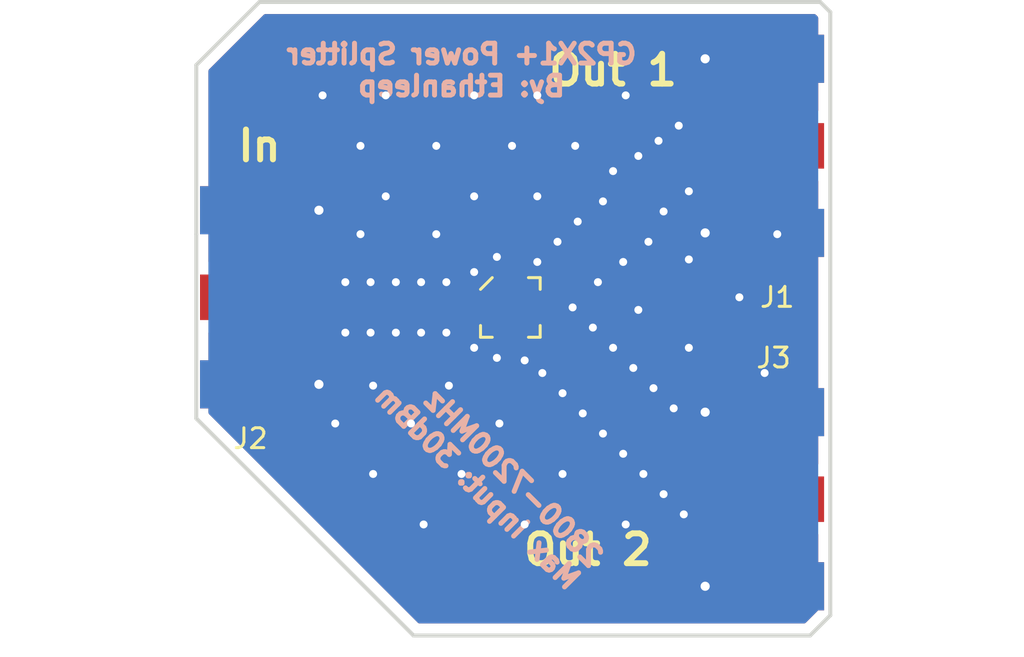
<source format=kicad_pcb>
(kicad_pcb (version 20171130) (host pcbnew "(5.0.2)-1")

  (general
    (thickness 1.6)
    (drawings 14)
    (tracks 168)
    (zones 0)
    (modules 4)
    (nets 5)
  )

  (page A4)
  (layers
    (0 F.Cu signal)
    (1 In1.Cu signal)
    (2 In2.Cu signal)
    (31 B.Cu signal)
    (32 B.Adhes user)
    (33 F.Adhes user)
    (34 B.Paste user)
    (35 F.Paste user)
    (36 B.SilkS user)
    (37 F.SilkS user)
    (38 B.Mask user)
    (39 F.Mask user)
    (40 Dwgs.User user)
    (41 Cmts.User user)
    (42 Eco1.User user)
    (43 Eco2.User user)
    (44 Edge.Cuts user)
    (45 Margin user)
    (46 B.CrtYd user)
    (47 F.CrtYd user)
    (48 B.Fab user)
    (49 F.Fab user)
  )

  (setup
    (last_trace_width 0.25)
    (user_trace_width 0.304)
    (user_trace_width 2.74)
    (trace_clearance 0.2)
    (zone_clearance 0.508)
    (zone_45_only no)
    (trace_min 0.2)
    (segment_width 0.2)
    (edge_width 0.15)
    (via_size 0.8)
    (via_drill 0.4)
    (via_min_size 0.4)
    (via_min_drill 0.3)
    (uvia_size 0.3)
    (uvia_drill 0.1)
    (uvias_allowed no)
    (uvia_min_size 0.2)
    (uvia_min_drill 0.1)
    (pcb_text_width 0.3)
    (pcb_text_size 1.5 1.5)
    (mod_edge_width 0.15)
    (mod_text_size 1 1)
    (mod_text_width 0.15)
    (pad_size 0.25 0.51)
    (pad_drill 0)
    (pad_to_mask_clearance 0.051)
    (solder_mask_min_width 0.25)
    (aux_axis_origin 0 0)
    (visible_elements 7FFFFFFF)
    (pcbplotparams
      (layerselection 0x010fc_ffffffff)
      (usegerberextensions false)
      (usegerberattributes false)
      (usegerberadvancedattributes false)
      (creategerberjobfile false)
      (excludeedgelayer true)
      (linewidth 0.100000)
      (plotframeref false)
      (viasonmask false)
      (mode 1)
      (useauxorigin false)
      (hpglpennumber 1)
      (hpglpenspeed 20)
      (hpglpendiameter 15.000000)
      (psnegative false)
      (psa4output false)
      (plotreference true)
      (plotvalue true)
      (plotinvisibletext false)
      (padsonsilk false)
      (subtractmaskfromsilk false)
      (outputformat 1)
      (mirror false)
      (drillshape 1)
      (scaleselection 1)
      (outputdirectory ""))
  )

  (net 0 "")
  (net 1 GND)
  (net 2 "Net-(J1-Pad1)")
  (net 3 "Net-(J2-Pad1)")
  (net 4 "Net-(J3-Pad1)")

  (net_class Default "This is the default net class."
    (clearance 0.2)
    (trace_width 0.25)
    (via_dia 0.8)
    (via_drill 0.4)
    (uvia_dia 0.3)
    (uvia_drill 0.1)
    (add_net GND)
    (add_net "Net-(J1-Pad1)")
    (add_net "Net-(J2-Pad1)")
    (add_net "Net-(J3-Pad1)")
  )

  (module Connectors_Molex:Molex_SMA_Jack_Edge_Mount (layer F.Cu) (tedit 587D2992) (tstamp 5CCDF0DF)
    (at 134.62 76.2 180)
    (descr "Molex SMA Jack, Edge Mount, http://www.molex.com/pdm_docs/sd/732511150_sd.pdf")
    (tags "sma edge")
    (path /5CB2B99D)
    (attr smd)
    (fp_text reference J1 (at -1.905 -7.62 180) (layer F.SilkS)
      (effects (font (size 1 1) (thickness 0.15)))
    )
    (fp_text value Conn_Coaxial (at -1.72 -7.11 180) (layer F.Fab)
      (effects (font (size 1 1) (thickness 0.15)))
    )
    (fp_line (start -5.91 4.76) (end 0.49 4.76) (layer F.Fab) (width 0.1))
    (fp_line (start -5.91 -4.76) (end -5.91 4.76) (layer F.Fab) (width 0.1))
    (fp_line (start 0.49 -4.76) (end -5.91 -4.76) (layer F.Fab) (width 0.1))
    (fp_line (start -4.76 -3.75) (end -4.76 3.75) (layer F.Fab) (width 0.1))
    (fp_line (start -13.79 2.65) (end -5.91 2.65) (layer F.Fab) (width 0.1))
    (fp_line (start -13.79 -2.65) (end -13.79 2.65) (layer F.Fab) (width 0.1))
    (fp_line (start -13.79 -2.65) (end -5.91 -2.65) (layer F.Fab) (width 0.1))
    (fp_line (start -4.76 3.75) (end 0.49 3.75) (layer F.Fab) (width 0.1))
    (fp_line (start -4.76 -3.75) (end 0.49 -3.75) (layer F.Fab) (width 0.1))
    (fp_line (start 2.71 -6.09) (end -14.29 -6.09) (layer F.CrtYd) (width 0.05))
    (fp_line (start 2.71 -6.09) (end 2.71 6.09) (layer F.CrtYd) (width 0.05))
    (fp_line (start -14.29 6.09) (end 2.71 6.09) (layer B.CrtYd) (width 0.05))
    (fp_line (start -14.29 -6.09) (end -14.29 6.09) (layer B.CrtYd) (width 0.05))
    (fp_line (start -14.29 -6.09) (end 2.71 -6.09) (layer B.CrtYd) (width 0.05))
    (fp_line (start 2.71 -6.09) (end 2.71 6.09) (layer B.CrtYd) (width 0.05))
    (fp_line (start -14.29 6.09) (end 2.71 6.09) (layer F.CrtYd) (width 0.05))
    (fp_line (start -14.29 -6.09) (end -14.29 6.09) (layer F.CrtYd) (width 0.05))
    (fp_line (start 0.49 -4.76) (end 0.49 -3.75) (layer F.Fab) (width 0.1))
    (fp_line (start 0.49 3.75) (end 0.49 4.76) (layer F.Fab) (width 0.1))
    (fp_line (start 0.49 -0.38) (end 0.49 0.38) (layer F.Fab) (width 0.1))
    (fp_line (start -4.76 0.38) (end 0.49 0.38) (layer F.Fab) (width 0.1))
    (fp_line (start -4.76 -0.38) (end 0.49 -0.38) (layer F.Fab) (width 0.1))
    (pad 2 smd rect (at 1.27 4.38 180) (size 0.89 0.46) (layers B.Cu)
      (net 1 GND))
    (pad 2 smd rect (at 1.27 -4.38 180) (size 0.89 0.46) (layers B.Cu)
      (net 1 GND))
    (pad 2 smd rect (at 1.27 4.38 180) (size 0.89 0.46) (layers F.Cu)
      (net 1 GND))
    (pad 2 smd rect (at 1.27 -4.38 180) (size 0.89 0.46) (layers F.Cu)
      (net 1 GND))
    (pad 2 thru_hole circle (at 1.72 4.38 180) (size 0.97 0.97) (drill 0.46) (layers *.Cu)
      (net 1 GND))
    (pad 2 thru_hole circle (at 1.72 -4.38 180) (size 0.97 0.97) (drill 0.46) (layers *.Cu)
      (net 1 GND))
    (pad 2 smd rect (at -1.72 4.38 180) (size 5.08 2.42) (layers B.Cu B.Paste B.Mask)
      (net 1 GND))
    (pad 2 smd rect (at -1.72 -4.38 180) (size 5.08 2.42) (layers B.Cu B.Paste B.Mask)
      (net 1 GND))
    (pad 2 smd rect (at -1.72 4.38 180) (size 5.08 2.42) (layers F.Cu F.Paste F.Mask)
      (net 1 GND))
    (pad 2 smd rect (at -1.72 -4.38 180) (size 5.08 2.42) (layers F.Cu F.Paste F.Mask)
      (net 1 GND))
    (pad 1 smd rect (at -1.72 0 180) (size 5.08 2.29) (layers F.Cu F.Paste F.Mask)
      (net 2 "Net-(J1-Pad1)"))
    (model ${KISYS3DMOD}/Connectors_Molex.3dshapes/Molex_SMA_Jack_Edge_Mount.wrl
      (at (xyz 0 0 0))
      (scale (xyz 1 1 1))
      (rotate (xyz 0 0 0))
    )
  )

  (module Connectors_Molex:Molex_SMA_Jack_Edge_Mount (layer F.Cu) (tedit 587D2992) (tstamp 5CCDF104)
    (at 111.76 83.82)
    (descr "Molex SMA Jack, Edge Mount, http://www.molex.com/pdm_docs/sd/732511150_sd.pdf")
    (tags "sma edge")
    (path /5CB2C52A)
    (attr smd)
    (fp_text reference J2 (at -1.72 7.11) (layer F.SilkS)
      (effects (font (size 1 1) (thickness 0.15)))
    )
    (fp_text value Conn_Coaxial (at -1.72 -7.11) (layer F.Fab)
      (effects (font (size 1 1) (thickness 0.15)))
    )
    (fp_line (start -5.91 4.76) (end 0.49 4.76) (layer F.Fab) (width 0.1))
    (fp_line (start -5.91 -4.76) (end -5.91 4.76) (layer F.Fab) (width 0.1))
    (fp_line (start 0.49 -4.76) (end -5.91 -4.76) (layer F.Fab) (width 0.1))
    (fp_line (start -4.76 -3.75) (end -4.76 3.75) (layer F.Fab) (width 0.1))
    (fp_line (start -13.79 2.65) (end -5.91 2.65) (layer F.Fab) (width 0.1))
    (fp_line (start -13.79 -2.65) (end -13.79 2.65) (layer F.Fab) (width 0.1))
    (fp_line (start -13.79 -2.65) (end -5.91 -2.65) (layer F.Fab) (width 0.1))
    (fp_line (start -4.76 3.75) (end 0.49 3.75) (layer F.Fab) (width 0.1))
    (fp_line (start -4.76 -3.75) (end 0.49 -3.75) (layer F.Fab) (width 0.1))
    (fp_line (start 2.71 -6.09) (end -14.29 -6.09) (layer F.CrtYd) (width 0.05))
    (fp_line (start 2.71 -6.09) (end 2.71 6.09) (layer F.CrtYd) (width 0.05))
    (fp_line (start -14.29 6.09) (end 2.71 6.09) (layer B.CrtYd) (width 0.05))
    (fp_line (start -14.29 -6.09) (end -14.29 6.09) (layer B.CrtYd) (width 0.05))
    (fp_line (start -14.29 -6.09) (end 2.71 -6.09) (layer B.CrtYd) (width 0.05))
    (fp_line (start 2.71 -6.09) (end 2.71 6.09) (layer B.CrtYd) (width 0.05))
    (fp_line (start -14.29 6.09) (end 2.71 6.09) (layer F.CrtYd) (width 0.05))
    (fp_line (start -14.29 -6.09) (end -14.29 6.09) (layer F.CrtYd) (width 0.05))
    (fp_line (start 0.49 -4.76) (end 0.49 -3.75) (layer F.Fab) (width 0.1))
    (fp_line (start 0.49 3.75) (end 0.49 4.76) (layer F.Fab) (width 0.1))
    (fp_line (start 0.49 -0.38) (end 0.49 0.38) (layer F.Fab) (width 0.1))
    (fp_line (start -4.76 0.38) (end 0.49 0.38) (layer F.Fab) (width 0.1))
    (fp_line (start -4.76 -0.38) (end 0.49 -0.38) (layer F.Fab) (width 0.1))
    (pad 2 smd rect (at 1.27 4.38) (size 0.89 0.46) (layers B.Cu)
      (net 1 GND))
    (pad 2 smd rect (at 1.27 -4.38) (size 0.89 0.46) (layers B.Cu)
      (net 1 GND))
    (pad 2 smd rect (at 1.27 4.38) (size 0.89 0.46) (layers F.Cu)
      (net 1 GND))
    (pad 2 smd rect (at 1.27 -4.38) (size 0.89 0.46) (layers F.Cu)
      (net 1 GND))
    (pad 2 thru_hole circle (at 1.72 4.38) (size 0.97 0.97) (drill 0.46) (layers *.Cu)
      (net 1 GND))
    (pad 2 thru_hole circle (at 1.72 -4.38) (size 0.97 0.97) (drill 0.46) (layers *.Cu)
      (net 1 GND))
    (pad 2 smd rect (at -1.72 4.38) (size 5.08 2.42) (layers B.Cu B.Paste B.Mask)
      (net 1 GND))
    (pad 2 smd rect (at -1.72 -4.38) (size 5.08 2.42) (layers B.Cu B.Paste B.Mask)
      (net 1 GND))
    (pad 2 smd rect (at -1.72 4.38) (size 5.08 2.42) (layers F.Cu F.Paste F.Mask)
      (net 1 GND))
    (pad 2 smd rect (at -1.72 -4.38) (size 5.08 2.42) (layers F.Cu F.Paste F.Mask)
      (net 1 GND))
    (pad 1 smd rect (at -1.72 0) (size 5.08 2.29) (layers F.Cu F.Paste F.Mask)
      (net 3 "Net-(J2-Pad1)"))
    (model ${KISYS3DMOD}/Connectors_Molex.3dshapes/Molex_SMA_Jack_Edge_Mount.wrl
      (at (xyz 0 0 0))
      (scale (xyz 1 1 1))
      (rotate (xyz 0 0 0))
    )
  )

  (module Connectors_Molex:Molex_SMA_Jack_Edge_Mount (layer F.Cu) (tedit 587D2992) (tstamp 5CCDF129)
    (at 134.62 93.98 180)
    (descr "Molex SMA Jack, Edge Mount, http://www.molex.com/pdm_docs/sd/732511150_sd.pdf")
    (tags "sma edge")
    (path /5CB2C176)
    (attr smd)
    (fp_text reference J3 (at -1.72 7.11 180) (layer F.SilkS)
      (effects (font (size 1 1) (thickness 0.15)))
    )
    (fp_text value Conn_Coaxial (at -1.72 -7.11 180) (layer F.Fab)
      (effects (font (size 1 1) (thickness 0.15)))
    )
    (fp_line (start -4.76 -0.38) (end 0.49 -0.38) (layer F.Fab) (width 0.1))
    (fp_line (start -4.76 0.38) (end 0.49 0.38) (layer F.Fab) (width 0.1))
    (fp_line (start 0.49 -0.38) (end 0.49 0.38) (layer F.Fab) (width 0.1))
    (fp_line (start 0.49 3.75) (end 0.49 4.76) (layer F.Fab) (width 0.1))
    (fp_line (start 0.49 -4.76) (end 0.49 -3.75) (layer F.Fab) (width 0.1))
    (fp_line (start -14.29 -6.09) (end -14.29 6.09) (layer F.CrtYd) (width 0.05))
    (fp_line (start -14.29 6.09) (end 2.71 6.09) (layer F.CrtYd) (width 0.05))
    (fp_line (start 2.71 -6.09) (end 2.71 6.09) (layer B.CrtYd) (width 0.05))
    (fp_line (start -14.29 -6.09) (end 2.71 -6.09) (layer B.CrtYd) (width 0.05))
    (fp_line (start -14.29 -6.09) (end -14.29 6.09) (layer B.CrtYd) (width 0.05))
    (fp_line (start -14.29 6.09) (end 2.71 6.09) (layer B.CrtYd) (width 0.05))
    (fp_line (start 2.71 -6.09) (end 2.71 6.09) (layer F.CrtYd) (width 0.05))
    (fp_line (start 2.71 -6.09) (end -14.29 -6.09) (layer F.CrtYd) (width 0.05))
    (fp_line (start -4.76 -3.75) (end 0.49 -3.75) (layer F.Fab) (width 0.1))
    (fp_line (start -4.76 3.75) (end 0.49 3.75) (layer F.Fab) (width 0.1))
    (fp_line (start -13.79 -2.65) (end -5.91 -2.65) (layer F.Fab) (width 0.1))
    (fp_line (start -13.79 -2.65) (end -13.79 2.65) (layer F.Fab) (width 0.1))
    (fp_line (start -13.79 2.65) (end -5.91 2.65) (layer F.Fab) (width 0.1))
    (fp_line (start -4.76 -3.75) (end -4.76 3.75) (layer F.Fab) (width 0.1))
    (fp_line (start 0.49 -4.76) (end -5.91 -4.76) (layer F.Fab) (width 0.1))
    (fp_line (start -5.91 -4.76) (end -5.91 4.76) (layer F.Fab) (width 0.1))
    (fp_line (start -5.91 4.76) (end 0.49 4.76) (layer F.Fab) (width 0.1))
    (pad 1 smd rect (at -1.72 0 180) (size 5.08 2.29) (layers F.Cu F.Paste F.Mask)
      (net 4 "Net-(J3-Pad1)"))
    (pad 2 smd rect (at -1.72 -4.38 180) (size 5.08 2.42) (layers F.Cu F.Paste F.Mask)
      (net 1 GND))
    (pad 2 smd rect (at -1.72 4.38 180) (size 5.08 2.42) (layers F.Cu F.Paste F.Mask)
      (net 1 GND))
    (pad 2 smd rect (at -1.72 -4.38 180) (size 5.08 2.42) (layers B.Cu B.Paste B.Mask)
      (net 1 GND))
    (pad 2 smd rect (at -1.72 4.38 180) (size 5.08 2.42) (layers B.Cu B.Paste B.Mask)
      (net 1 GND))
    (pad 2 thru_hole circle (at 1.72 -4.38 180) (size 0.97 0.97) (drill 0.46) (layers *.Cu)
      (net 1 GND))
    (pad 2 thru_hole circle (at 1.72 4.38 180) (size 0.97 0.97) (drill 0.46) (layers *.Cu)
      (net 1 GND))
    (pad 2 smd rect (at 1.27 -4.38 180) (size 0.89 0.46) (layers F.Cu)
      (net 1 GND))
    (pad 2 smd rect (at 1.27 4.38 180) (size 0.89 0.46) (layers F.Cu)
      (net 1 GND))
    (pad 2 smd rect (at 1.27 -4.38 180) (size 0.89 0.46) (layers B.Cu)
      (net 1 GND))
    (pad 2 smd rect (at 1.27 4.38 180) (size 0.89 0.46) (layers B.Cu)
      (net 1 GND))
    (model ${KISYS3DMOD}/Connectors_Molex.3dshapes/Molex_SMA_Jack_Edge_Mount.wrl
      (at (xyz 0 0 0))
      (scale (xyz 1 1 1))
      (rotate (xyz 0 0 0))
    )
  )

  (module "all the parts:DQ1225" (layer F.Cu) (tedit 5CCD028A) (tstamp 5CCDF16E)
    (at 123.105 84.33)
    (path /5CB2BF7E)
    (fp_text reference U1 (at 0 -2.56) (layer F.Fab)
      (effects (font (size 1 1) (thickness 0.15)))
    )
    (fp_text value GP2X+ (at 0 2.56) (layer F.Fab)
      (effects (font (size 1 1) (thickness 0.15)))
    )
    (fp_line (start -1.5 -1.5) (end 1.5 -1.5) (layer F.Fab) (width 0.01))
    (fp_line (start 1.5 -1.5) (end 1.5 1.5) (layer F.Fab) (width 0.01))
    (fp_line (start 1.5 1.5) (end -1.5 1.5) (layer F.Fab) (width 0.01))
    (fp_line (start -1.5 1.5) (end -1.5 -1.5) (layer F.Fab) (width 0.01))
    (fp_circle (center -0.7 -0.7) (end -0.7 -0.3) (layer F.Fab) (width 0.01))
    (fp_line (start -1.09 -0.625) (end -1.5 -0.625) (layer F.Fab) (width 0.01))
    (fp_line (start -1.5 -0.395) (end -1.09 -0.395) (layer F.Fab) (width 0.01))
    (fp_line (start -1.09 -0.395) (end -1.09 -0.625) (layer F.Fab) (width 0.01))
    (fp_line (start -1.09 -0.115) (end -1.5 -0.115) (layer F.Fab) (width 0.01))
    (fp_line (start -1.5 0.115) (end -1.09 0.115) (layer F.Fab) (width 0.01))
    (fp_line (start -1.09 0.115) (end -1.09 -0.115) (layer F.Fab) (width 0.01))
    (fp_line (start -1.09 0.395) (end -1.5 0.395) (layer F.Fab) (width 0.01))
    (fp_line (start -1.5 0.625) (end -1.09 0.625) (layer F.Fab) (width 0.01))
    (fp_line (start -1.09 0.625) (end -1.09 0.395) (layer F.Fab) (width 0.01))
    (fp_line (start 1.5 0.395) (end 1.09 0.395) (layer F.Fab) (width 0.01))
    (fp_line (start 1.09 0.395) (end 1.09 0.625) (layer F.Fab) (width 0.01))
    (fp_line (start 1.09 0.625) (end 1.5 0.625) (layer F.Fab) (width 0.01))
    (fp_line (start 1.5 -0.115) (end 1.09 -0.115) (layer F.Fab) (width 0.01))
    (fp_line (start 1.09 -0.115) (end 1.09 0.115) (layer F.Fab) (width 0.01))
    (fp_line (start 1.09 0.115) (end 1.5 0.115) (layer F.Fab) (width 0.01))
    (fp_line (start 1.5 -0.625) (end 1.09 -0.625) (layer F.Fab) (width 0.01))
    (fp_line (start 1.09 -0.625) (end 1.09 -0.395) (layer F.Fab) (width 0.01))
    (fp_line (start 1.09 -0.395) (end 1.5 -0.395) (layer F.Fab) (width 0.01))
    (fp_line (start 0.395 -1.09) (end 0.625 -1.09) (layer F.Fab) (width 0.01))
    (fp_line (start 0.625 -1.09) (end 0.625 -1.5) (layer F.Fab) (width 0.01))
    (fp_line (start 0.395 -1.5) (end 0.395 -1.09) (layer F.Fab) (width 0.01))
    (fp_line (start -0.115 -1.09) (end 0.115 -1.09) (layer F.Fab) (width 0.01))
    (fp_line (start 0.115 -1.09) (end 0.115 -1.5) (layer F.Fab) (width 0.01))
    (fp_line (start -0.115 -1.5) (end -0.115 -1.09) (layer F.Fab) (width 0.01))
    (fp_line (start -0.625 -1.09) (end -0.395 -1.09) (layer F.Fab) (width 0.01))
    (fp_line (start -0.395 -1.09) (end -0.395 -1.5) (layer F.Fab) (width 0.01))
    (fp_line (start -0.625 -1.5) (end -0.625 -1.09) (layer F.Fab) (width 0.01))
    (fp_line (start -0.395 1.5) (end -0.395 1.09) (layer F.Fab) (width 0.01))
    (fp_line (start -0.395 1.09) (end -0.625 1.09) (layer F.Fab) (width 0.01))
    (fp_line (start -0.625 1.09) (end -0.625 1.5) (layer F.Fab) (width 0.01))
    (fp_line (start 0.115 1.5) (end 0.115 1.09) (layer F.Fab) (width 0.01))
    (fp_line (start 0.115 1.09) (end -0.115 1.09) (layer F.Fab) (width 0.01))
    (fp_line (start -0.115 1.09) (end -0.115 1.5) (layer F.Fab) (width 0.01))
    (fp_line (start 0.625 1.5) (end 0.625 1.09) (layer F.Fab) (width 0.01))
    (fp_line (start 0.625 1.09) (end 0.395 1.09) (layer F.Fab) (width 0.01))
    (fp_line (start 0.395 1.09) (end 0.395 1.5) (layer F.Fab) (width 0.01))
    (fp_line (start -1.5 -0.91) (end -0.91 -1.5) (layer F.SilkS) (width 0.15))
    (fp_line (start 0.91 -1.5) (end 1.5 -1.5) (layer F.SilkS) (width 0.15))
    (fp_line (start 1.5 -1.5) (end 1.5 -0.91) (layer F.SilkS) (width 0.15))
    (fp_line (start 0.91 1.5) (end 1.5 1.5) (layer F.SilkS) (width 0.15))
    (fp_line (start 1.5 1.5) (end 1.5 0.91) (layer F.SilkS) (width 0.15))
    (fp_line (start -0.91 1.5) (end -1.5 1.5) (layer F.SilkS) (width 0.15))
    (fp_line (start -1.5 1.5) (end -1.5 0.91) (layer F.SilkS) (width 0.15))
    (fp_line (start -1.9 -1.9) (end 1.9 -1.9) (layer F.CrtYd) (width 0.01))
    (fp_line (start 1.9 -1.9) (end 1.9 1.9) (layer F.CrtYd) (width 0.01))
    (fp_line (start 1.9 1.9) (end -1.9 1.9) (layer F.CrtYd) (width 0.01))
    (fp_line (start -1.9 1.9) (end -1.9 -1.9) (layer F.CrtYd) (width 0.01))
    (pad 1 smd rect (at -1.355 -0.51) (size 0.51 0.25) (layers F.Cu F.Paste F.Mask)
      (net 1 GND))
    (pad 2 smd rect (at -1.355 0) (size 0.51 0.25) (layers F.Cu F.Paste F.Mask)
      (net 3 "Net-(J2-Pad1)"))
    (pad 3 smd rect (at -1.355 0.51) (size 0.51 0.25) (layers F.Cu F.Paste F.Mask)
      (net 1 GND))
    (pad 4 smd rect (at -0.51 1.355) (size 0.25 0.51) (layers F.Cu F.Paste F.Mask)
      (net 1 GND))
    (pad 5 smd rect (at 0 1.355) (size 0.25 0.51) (layers F.Cu F.Paste F.Mask)
      (net 1 GND))
    (pad 6 smd rect (at 0.51 1.355) (size 0.25 0.51) (layers F.Cu F.Paste F.Mask)
      (net 1 GND))
    (pad 7 smd rect (at 1.355 0.51) (size 0.51 0.25) (layers F.Cu F.Paste F.Mask)
      (net 4 "Net-(J3-Pad1)"))
    (pad 8 smd rect (at 1.355 0) (size 0.51 0.25) (layers F.Cu F.Paste F.Mask)
      (net 1 GND))
    (pad 9 smd rect (at 1.355 -0.51) (size 0.51 0.25) (layers F.Cu F.Paste F.Mask)
      (net 2 "Net-(J1-Pad1)"))
    (pad 10 smd rect (at 0.51 -1.355) (size 0.25 0.51) (layers F.Cu F.Paste F.Mask)
      (net 1 GND))
    (pad 11 smd rect (at 0 -1.355) (size 0.25 0.51) (layers F.Cu F.Paste F.Mask)
      (net 1 GND))
    (pad 12 smd rect (at -0.51 -1.355) (size 0.25 0.51) (layers F.Cu F.Paste F.Mask)
      (net 1 GND))
    (pad EP smd rect (at 0 0) (size 1.25 1.25) (layers F.Cu F.Paste F.Mask)
      (net 1 GND) (solder_mask_margin 0.001) (solder_paste_margin 0.001))
  )

  (gr_text "2800-7200MHz\nMax Input: 30dBm" (at 127 97.79 -45) (layer B.SilkS)
    (effects (font (size 1 1) (thickness 0.25)) (justify left mirror))
  )
  (gr_text "GP2X1+ Power Splitter\nBy: Ethanleep" (at 120.65 72.39) (layer B.SilkS)
    (effects (font (size 1 1) (thickness 0.25)) (justify mirror))
  )
  (gr_text "Out 2\n" (at 127 96.52) (layer F.SilkS)
    (effects (font (size 1.5 1.5) (thickness 0.3)))
  )
  (gr_text "Out 1" (at 128.27 72.39) (layer F.SilkS)
    (effects (font (size 1.5 1.5) (thickness 0.3)))
  )
  (gr_text In (at 110.49 76.2) (layer F.SilkS)
    (effects (font (size 1.5 1.5) (thickness 0.3)))
  )
  (gr_line (start 107.315 89.916) (end 107.315 80.645) (layer Edge.Cuts) (width 0.2))
  (gr_line (start 118.237 100.838) (end 107.315 89.916) (layer Edge.Cuts) (width 0.2))
  (gr_line (start 138.176 100.838) (end 118.237 100.838) (layer Edge.Cuts) (width 0.2))
  (gr_line (start 139.192 99.822) (end 138.176 100.838) (layer Edge.Cuts) (width 0.2))
  (gr_line (start 139.192 69.469) (end 139.192 99.822) (layer Edge.Cuts) (width 0.2))
  (gr_line (start 138.684 68.961) (end 139.192 69.469) (layer Edge.Cuts) (width 0.2))
  (gr_line (start 110.49 68.961) (end 138.684 68.961) (layer Edge.Cuts) (width 0.2))
  (gr_line (start 107.315 72.136) (end 110.49 68.961) (layer Edge.Cuts) (width 0.2))
  (gr_line (start 107.315 80.645) (end 107.315 72.136) (layer Edge.Cuts) (width 0.2))

  (via (at 136.525 80.645) (size 0.8) (drill 0.4) (layers F.Cu B.Cu) (net 1))
  (segment (start 124.46 84.33) (end 126.236 84.33) (width 0.304) (layer F.Cu) (net 1))
  (segment (start 121.75 83.391) (end 121.671 83.312) (width 0.304) (layer F.Cu) (net 1))
  (segment (start 121.75 83.82) (end 121.75 83.391) (width 0.304) (layer F.Cu) (net 1))
  (segment (start 121.75 85.269) (end 121.666 85.353) (width 0.304) (layer F.Cu) (net 1))
  (segment (start 121.75 84.84) (end 121.75 85.269) (width 0.304) (layer F.Cu) (net 1))
  (segment (start 123.105 84.33) (end 124.46 84.33) (width 0.304) (layer F.Cu) (net 1))
  (via (at 114.808 85.598) (size 0.8) (drill 0.4) (layers F.Cu B.Cu) (net 1))
  (via (at 116.078 85.598) (size 0.8) (drill 0.4) (layers F.Cu B.Cu) (net 1))
  (via (at 117.348 85.598) (size 0.8) (drill 0.4) (layers F.Cu B.Cu) (net 1))
  (via (at 118.618 85.598) (size 0.8) (drill 0.4) (layers F.Cu B.Cu) (net 1))
  (via (at 119.888 85.598) (size 0.8) (drill 0.4) (layers F.Cu B.Cu) (net 1))
  (via (at 114.808 83.058) (size 0.8) (drill 0.4) (layers F.Cu B.Cu) (net 1))
  (via (at 116.078 83.058) (size 0.8) (drill 0.4) (layers F.Cu B.Cu) (net 1))
  (via (at 117.348 83.058) (size 0.8) (drill 0.4) (layers F.Cu B.Cu) (net 1))
  (via (at 118.618 83.058) (size 0.8) (drill 0.4) (layers F.Cu B.Cu) (net 1))
  (via (at 119.888 83.058) (size 0.8) (drill 0.4) (layers F.Cu B.Cu) (net 1))
  (via (at 124.714 87.63) (size 0.8) (drill 0.4) (layers F.Cu B.Cu) (net 1))
  (via (at 122.428 86.868) (size 0.8) (drill 0.4) (layers F.Cu B.Cu) (net 1))
  (via (at 125.73 88.646) (size 0.8) (drill 0.4) (layers F.Cu B.Cu) (net 1))
  (via (at 126.746 89.662) (size 0.8) (drill 0.4) (layers F.Cu B.Cu) (net 1))
  (via (at 127.762 90.678) (size 0.8) (drill 0.4) (layers F.Cu B.Cu) (net 1))
  (via (at 128.778 91.694) (size 0.8) (drill 0.4) (layers F.Cu B.Cu) (net 1))
  (via (at 129.794 92.71) (size 0.8) (drill 0.4) (layers F.Cu B.Cu) (net 1))
  (via (at 130.81 93.726) (size 0.8) (drill 0.4) (layers F.Cu B.Cu) (net 1))
  (via (at 131.826 94.742) (size 0.8) (drill 0.4) (layers F.Cu B.Cu) (net 1))
  (segment (start 126.236 84.33) (end 126.236 84.33) (width 0.304) (layer F.Cu) (net 1) (tstamp 5CCD09E3))
  (via (at 126.236 84.33) (size 0.8) (drill 0.4) (layers F.Cu B.Cu) (net 1))
  (via (at 127.254 85.344) (size 0.8) (drill 0.4) (layers F.Cu B.Cu) (net 1))
  (via (at 128.27 86.36) (size 0.8) (drill 0.4) (layers F.Cu B.Cu) (net 1))
  (via (at 129.286 87.376) (size 0.8) (drill 0.4) (layers F.Cu B.Cu) (net 1))
  (via (at 130.302 88.392) (size 0.8) (drill 0.4) (layers F.Cu B.Cu) (net 1))
  (via (at 131.318 89.408) (size 0.8) (drill 0.4) (layers F.Cu B.Cu) (net 1))
  (via (at 122.428 81.788) (size 0.8) (drill 0.4) (layers F.Cu B.Cu) (net 1))
  (via (at 124.46 82.042) (size 0.8) (drill 0.4) (layers F.Cu B.Cu) (net 1))
  (via (at 125.476 81.026) (size 0.8) (drill 0.4) (layers F.Cu B.Cu) (net 1))
  (via (at 126.492 80.01) (size 0.8) (drill 0.4) (layers F.Cu B.Cu) (net 1))
  (via (at 127.762 78.994) (size 0.8) (drill 0.4) (layers F.Cu B.Cu) (net 1))
  (via (at 128.27 77.47) (size 0.8) (drill 0.4) (layers F.Cu B.Cu) (net 1))
  (via (at 129.54 76.708) (size 0.8) (drill 0.4) (layers F.Cu B.Cu) (net 1))
  (via (at 130.556 75.946) (size 0.8) (drill 0.4) (layers F.Cu B.Cu) (net 1))
  (via (at 131.572 75.184) (size 0.8) (drill 0.4) (layers F.Cu B.Cu) (net 1))
  (via (at 127.508 83.058) (size 0.8) (drill 0.4) (layers F.Cu B.Cu) (net 1))
  (via (at 128.778 82.042) (size 0.8) (drill 0.4) (layers F.Cu B.Cu) (net 1))
  (via (at 130.048 81.026) (size 0.8) (drill 0.4) (layers F.Cu B.Cu) (net 1))
  (via (at 130.81 79.502) (size 0.8) (drill 0.4) (layers F.Cu B.Cu) (net 1))
  (via (at 132.08 78.486) (size 0.8) (drill 0.4) (layers F.Cu B.Cu) (net 1))
  (via (at 124.46 78.74) (size 0.8) (drill 0.4) (layers F.Cu B.Cu) (net 1))
  (via (at 121.285 78.74) (size 0.8) (drill 0.4) (layers F.Cu B.Cu) (net 1))
  (via (at 119.38 80.645) (size 0.8) (drill 0.4) (layers F.Cu B.Cu) (net 1))
  (via (at 116.84 78.74) (size 0.8) (drill 0.4) (layers F.Cu B.Cu) (net 1))
  (via (at 115.57 80.645) (size 0.8) (drill 0.4) (layers F.Cu B.Cu) (net 1))
  (via (at 115.57 76.2) (size 0.8) (drill 0.4) (layers F.Cu B.Cu) (net 1))
  (via (at 119.38 76.2) (size 0.8) (drill 0.4) (layers F.Cu B.Cu) (net 1))
  (via (at 123.19 76.2) (size 0.8) (drill 0.4) (layers F.Cu B.Cu) (net 1))
  (via (at 126.365 76.2) (size 0.8) (drill 0.4) (layers F.Cu B.Cu) (net 1))
  (via (at 128.905 73.66) (size 0.8) (drill 0.4) (layers F.Cu B.Cu) (net 1))
  (via (at 124.46 73.66) (size 0.8) (drill 0.4) (layers F.Cu B.Cu) (net 1))
  (via (at 121.285 73.66) (size 0.8) (drill 0.4) (layers F.Cu B.Cu) (net 1))
  (via (at 116.84 73.66) (size 0.8) (drill 0.4) (layers F.Cu B.Cu) (net 1))
  (via (at 113.665 73.66) (size 0.8) (drill 0.4) (layers F.Cu B.Cu) (net 1))
  (via (at 129.54 84.455) (size 0.8) (drill 0.4) (layers F.Cu B.Cu) (net 1))
  (via (at 132.08 81.915) (size 0.8) (drill 0.4) (layers F.Cu B.Cu) (net 1))
  (via (at 132.08 86.36) (size 0.8) (drill 0.4) (layers F.Cu B.Cu) (net 1))
  (via (at 134.62 83.82) (size 0.8) (drill 0.4) (layers F.Cu B.Cu) (net 1))
  (via (at 135.89 87.63) (size 0.8) (drill 0.4) (layers F.Cu B.Cu) (net 1))
  (via (at 120.015 88.265) (size 0.8) (drill 0.4) (layers F.Cu B.Cu) (net 1))
  (via (at 116.205 88.265) (size 0.8) (drill 0.4) (layers F.Cu B.Cu) (net 1))
  (via (at 118.11 90.17) (size 0.8) (drill 0.4) (layers F.Cu B.Cu) (net 1))
  (via (at 122.555 90.17) (size 0.8) (drill 0.4) (layers F.Cu B.Cu) (net 1))
  (via (at 114.3 90.17) (size 0.8) (drill 0.4) (layers F.Cu B.Cu) (net 1))
  (via (at 116.205 92.71) (size 0.8) (drill 0.4) (layers F.Cu B.Cu) (net 1))
  (via (at 120.65 92.71) (size 0.8) (drill 0.4) (layers F.Cu B.Cu) (net 1))
  (via (at 125.73 92.71) (size 0.8) (drill 0.4) (layers F.Cu B.Cu) (net 1))
  (via (at 118.745 95.25) (size 0.8) (drill 0.4) (layers F.Cu B.Cu) (net 1))
  (via (at 123.825 95.25) (size 0.8) (drill 0.4) (layers F.Cu B.Cu) (net 1))
  (via (at 128.905 95.25) (size 0.8) (drill 0.4) (layers F.Cu B.Cu) (net 1))
  (via (at 121.285 86.36) (size 0.8) (drill 0.4) (layers F.Cu B.Cu) (net 1))
  (via (at 123.825 86.995) (size 0.8) (drill 0.4) (layers F.Cu B.Cu) (net 1))
  (via (at 121.285 82.55) (size 0.8) (drill 0.4) (layers F.Cu B.Cu) (net 1))
  (segment (start 133.496 76.2) (end 136.34 76.2) (width 0.304) (layer F.Cu) (net 2))
  (segment (start 132.21 76.2) (end 133.496 76.2) (width 0.304) (layer F.Cu) (net 2))
  (segment (start 130.572919 77.837083) (end 132.21 76.2) (width 0.304) (layer F.Cu) (net 2))
  (segment (start 130.500023 77.882887) (end 130.53905 77.864093) (width 0.304) (layer F.Cu) (net 2))
  (segment (start 130.457789 77.892528) (end 130.500023 77.882887) (width 0.304) (layer F.Cu) (net 2))
  (segment (start 130.33321 77.864092) (end 130.372239 77.882887) (width 0.304) (layer F.Cu) (net 2))
  (segment (start 130.299341 77.837084) (end 130.33321 77.864092) (width 0.304) (layer F.Cu) (net 2))
  (segment (start 130.265474 77.810074) (end 130.299341 77.837084) (width 0.304) (layer F.Cu) (net 2))
  (segment (start 130.226445 77.791279) (end 130.265474 77.810074) (width 0.304) (layer F.Cu) (net 2))
  (segment (start 130.184212 77.78164) (end 130.226445 77.791279) (width 0.304) (layer F.Cu) (net 2))
  (segment (start 130.140894 77.78164) (end 130.184212 77.78164) (width 0.304) (layer F.Cu) (net 2))
  (segment (start 130.098661 77.791279) (end 130.140894 77.78164) (width 0.304) (layer F.Cu) (net 2))
  (segment (start 127.982256 80.947803) (end 128.021284 80.929008) (width 0.304) (layer F.Cu) (net 2))
  (segment (start 127.940023 80.957443) (end 127.982256 80.947803) (width 0.304) (layer F.Cu) (net 2))
  (segment (start 127.815443 80.929008) (end 127.854472 80.947803) (width 0.304) (layer F.Cu) (net 2))
  (segment (start 130.372239 77.882887) (end 130.414471 77.892528) (width 0.304) (layer F.Cu) (net 2))
  (segment (start 127.541867 80.874991) (end 127.580896 80.856196) (width 0.304) (layer F.Cu) (net 2))
  (segment (start 128.021284 80.929008) (end 128.055152 80.902) (width 0.304) (layer F.Cu) (net 2))
  (segment (start 128.859382 79.063151) (end 128.869022 79.020918) (width 0.304) (layer F.Cu) (net 2))
  (segment (start 127.896705 80.957443) (end 127.940023 80.957443) (width 0.304) (layer F.Cu) (net 2))
  (segment (start 127.747708 80.874991) (end 127.815443 80.929008) (width 0.304) (layer F.Cu) (net 2))
  (segment (start 127.666447 80.846556) (end 127.70868 80.856196) (width 0.304) (layer F.Cu) (net 2))
  (segment (start 129.221533 79.632614) (end 129.211894 79.590381) (width 0.304) (layer F.Cu) (net 2))
  (segment (start 130.414471 77.892528) (end 130.457789 77.892528) (width 0.304) (layer F.Cu) (net 2))
  (segment (start 124.59 83.82) (end 127.508 80.902) (width 0.304) (layer F.Cu) (net 2))
  (segment (start 129.193099 79.551352) (end 129.16609 79.517484) (width 0.304) (layer F.Cu) (net 2))
  (segment (start 128.887817 78.981889) (end 128.914825 78.948022) (width 0.304) (layer F.Cu) (net 2))
  (segment (start 124.46 83.82) (end 124.59 83.82) (width 0.304) (layer F.Cu) (net 2))
  (segment (start 127.854472 80.947803) (end 127.896705 80.957443) (width 0.304) (layer F.Cu) (net 2))
  (segment (start 130.53905 77.864093) (end 130.572919 77.837083) (width 0.304) (layer F.Cu) (net 2))
  (segment (start 127.580896 80.856196) (end 127.623129 80.846556) (width 0.304) (layer F.Cu) (net 2))
  (segment (start 127.70868 80.856196) (end 127.747708 80.874991) (width 0.304) (layer F.Cu) (net 2))
  (segment (start 128.055152 80.902) (end 129.16609 79.791061) (width 0.304) (layer F.Cu) (net 2))
  (segment (start 127.623129 80.846556) (end 127.666447 80.846556) (width 0.304) (layer F.Cu) (net 2))
  (segment (start 129.16609 79.791061) (end 129.193099 79.757193) (width 0.304) (layer F.Cu) (net 2))
  (segment (start 129.193099 79.757193) (end 129.211894 79.718165) (width 0.304) (layer F.Cu) (net 2))
  (segment (start 129.16609 79.517484) (end 129.029301 79.380695) (width 0.304) (layer F.Cu) (net 2))
  (segment (start 129.211894 79.718165) (end 129.221533 79.675932) (width 0.304) (layer F.Cu) (net 2))
  (segment (start 127.508 80.902) (end 127.541867 80.874991) (width 0.304) (layer F.Cu) (net 2))
  (segment (start 128.859383 79.106469) (end 128.859382 79.063151) (width 0.304) (layer F.Cu) (net 2))
  (segment (start 129.221533 79.675932) (end 129.221533 79.632614) (width 0.304) (layer F.Cu) (net 2))
  (segment (start 129.211894 79.590381) (end 129.193099 79.551352) (width 0.304) (layer F.Cu) (net 2))
  (segment (start 129.029301 79.380695) (end 129.051614 79.358386) (width 0.304) (layer F.Cu) (net 2))
  (segment (start 129.051614 79.358386) (end 128.914826 79.221598) (width 0.304) (layer F.Cu) (net 2))
  (segment (start 128.914826 79.221598) (end 128.887816 79.187731) (width 0.304) (layer F.Cu) (net 2))
  (segment (start 128.887816 79.187731) (end 128.869022 79.148702) (width 0.304) (layer F.Cu) (net 2))
  (segment (start 128.869022 79.148702) (end 128.859383 79.106469) (width 0.304) (layer F.Cu) (net 2))
  (segment (start 128.869022 79.020918) (end 128.887817 78.981889) (width 0.304) (layer F.Cu) (net 2))
  (segment (start 128.914825 78.948022) (end 130.025765 77.837083) (width 0.304) (layer F.Cu) (net 2))
  (segment (start 130.025765 77.837083) (end 130.059632 77.810075) (width 0.304) (layer F.Cu) (net 2))
  (segment (start 130.059632 77.810075) (end 130.098661 77.791279) (width 0.304) (layer F.Cu) (net 2))
  (segment (start 121.191 84.33) (end 121.75 84.33) (width 0.304) (layer F.Cu) (net 3))
  (segment (start 113.394 84.33) (end 121.191 84.33) (width 0.304) (layer F.Cu) (net 3))
  (segment (start 112.884 83.82) (end 113.394 84.33) (width 0.304) (layer F.Cu) (net 3))
  (segment (start 110.04 83.82) (end 112.884 83.82) (width 0.304) (layer F.Cu) (net 3))
  (segment (start 134.874 93.98) (end 136.34 93.98) (width 0.304) (layer F.Cu) (net 4))
  (segment (start 127.881205 88.13685) (end 127.909079 88.159079) (width 0.304) (layer F.Cu) (net 4))
  (segment (start 127.814325 88.113447) (end 127.849084 88.121381) (width 0.304) (layer F.Cu) (net 4))
  (segment (start 127.909079 88.159079) (end 133.476 93.726) (width 0.304) (layer F.Cu) (net 4))
  (segment (start 127.778673 88.113447) (end 127.814325 88.113447) (width 0.304) (layer F.Cu) (net 4))
  (segment (start 127.743915 88.121381) (end 127.778673 88.113447) (width 0.304) (layer F.Cu) (net 4))
  (segment (start 127.849084 88.121381) (end 127.881205 88.13685) (width 0.304) (layer F.Cu) (net 4))
  (segment (start 127.656046 88.181307) (end 127.711793 88.13685) (width 0.304) (layer F.Cu) (net 4))
  (segment (start 127.623925 88.196776) (end 127.656046 88.181307) (width 0.304) (layer F.Cu) (net 4))
  (segment (start 127.589167 88.20471) (end 127.623925 88.196776) (width 0.304) (layer F.Cu) (net 4))
  (segment (start 127.553514 88.20471) (end 127.589167 88.20471) (width 0.304) (layer F.Cu) (net 4))
  (segment (start 127.518756 88.196776) (end 127.553514 88.20471) (width 0.304) (layer F.Cu) (net 4))
  (segment (start 127.486635 88.181307) (end 127.518756 88.196776) (width 0.304) (layer F.Cu) (net 4))
  (segment (start 127.458761 88.159079) (end 127.486635 88.181307) (width 0.304) (layer F.Cu) (net 4))
  (segment (start 127.711793 88.13685) (end 127.743915 88.121381) (width 0.304) (layer F.Cu) (net 4))
  (segment (start 127.299631 87.598753) (end 127.299631 87.634405) (width 0.304) (layer F.Cu) (net 4))
  (segment (start 133.476 93.726) (end 134.62 93.726) (width 0.304) (layer F.Cu) (net 4))
  (segment (start 127.291697 87.563995) (end 127.299631 87.598753) (width 0.304) (layer F.Cu) (net 4))
  (segment (start 127.276228 87.531873) (end 127.291697 87.563995) (width 0.304) (layer F.Cu) (net 4))
  (segment (start 127.254 87.504) (end 127.276228 87.531873) (width 0.304) (layer F.Cu) (net 4))
  (segment (start 127.208368 87.823912) (end 127.208368 87.859564) (width 0.304) (layer F.Cu) (net 4))
  (segment (start 124.46 84.84) (end 124.59 84.84) (width 0.304) (layer F.Cu) (net 4))
  (segment (start 127.216302 87.789154) (end 127.208368 87.823912) (width 0.304) (layer F.Cu) (net 4))
  (segment (start 124.59 84.84) (end 127.254 87.504) (width 0.304) (layer F.Cu) (net 4))
  (segment (start 127.299631 87.634405) (end 127.291697 87.669164) (width 0.304) (layer F.Cu) (net 4))
  (segment (start 134.62 93.726) (end 134.874 93.98) (width 0.304) (layer F.Cu) (net 4))
  (segment (start 127.231771 87.926444) (end 127.254 87.954318) (width 0.304) (layer F.Cu) (net 4))
  (segment (start 127.291697 87.669164) (end 127.276228 87.701285) (width 0.304) (layer F.Cu) (net 4))
  (segment (start 127.276228 87.701285) (end 127.231771 87.757032) (width 0.304) (layer F.Cu) (net 4))
  (segment (start 127.216302 87.894323) (end 127.231771 87.926444) (width 0.304) (layer F.Cu) (net 4))
  (segment (start 127.231771 87.757032) (end 127.216302 87.789154) (width 0.304) (layer F.Cu) (net 4))
  (segment (start 127.208368 87.859564) (end 127.216302 87.894323) (width 0.304) (layer F.Cu) (net 4))
  (segment (start 127.254 87.954318) (end 127.458761 88.159079) (width 0.304) (layer F.Cu) (net 4))

  (zone (net 1) (net_name GND) (layer F.Cu) (tstamp 0) (hatch edge 0.508)
    (connect_pads yes (clearance 0.508))
    (min_thickness 0.254)
    (fill yes (arc_segments 16) (thermal_gap 0.508) (thermal_bridge_width 0.508))
    (polygon
      (pts
        (xy 107.315 89.916) (xy 118.237 100.838) (xy 138.176 100.838) (xy 139.192 99.822) (xy 139.192 69.469)
        (xy 138.684 68.961) (xy 110.49 68.961) (xy 107.315 72.136)
      )
    )
    (filled_polygon
      (pts
        (xy 138.457 69.773447) (xy 138.457 74.40756) (xy 133.8 74.40756) (xy 133.552235 74.456843) (xy 133.342191 74.597191)
        (xy 133.201843 74.807235) (xy 133.15256 75.055) (xy 133.15256 75.413) (xy 132.287511 75.413) (xy 132.209999 75.397582)
        (xy 132.132488 75.413) (xy 131.902928 75.458662) (xy 131.642605 75.632605) (xy 131.598698 75.698316) (xy 130.299621 76.997395)
        (xy 130.27986 76.992297) (xy 130.275311 76.990561) (xy 130.273342 76.990616) (xy 130.27143 76.990123) (xy 130.266597 76.990805)
        (xy 130.162553 76.993724) (xy 130.05848 76.990805) (xy 130.053659 76.990124) (xy 130.051752 76.990616) (xy 130.049795 76.990561)
        (xy 130.045272 76.992288) (xy 129.944439 77.018299) (xy 129.842326 77.03861) (xy 129.837494 77.039018) (xy 129.835751 77.039918)
        (xy 129.833822 77.040302) (xy 129.829778 77.043004) (xy 129.737295 77.090782) (xy 129.732214 77.093056) (xy 129.718693 77.095745)
        (xy 129.703468 77.105918) (xy 129.634331 77.136854) (xy 129.612133 77.160333) (xy 129.577564 77.187901) (xy 129.552172 77.207011)
        (xy 129.524081 77.225781) (xy 129.514497 77.235365) (xy 129.461309 77.275394) (xy 129.442384 77.307478) (xy 128.385213 78.364648)
        (xy 128.353124 78.383577) (xy 128.313098 78.436763) (xy 128.303523 78.446338) (xy 128.284764 78.474413) (xy 128.265632 78.499836)
        (xy 128.238086 78.534378) (xy 128.214607 78.556574) (xy 128.183668 78.625715) (xy 128.173488 78.64095) (xy 128.170797 78.654476)
        (xy 128.168537 78.659529) (xy 128.120732 78.752064) (xy 128.118037 78.756097) (xy 128.117654 78.758021) (xy 128.11676 78.759752)
        (xy 128.116355 78.764555) (xy 128.096031 78.866743) (xy 128.07004 78.967503) (xy 128.068304 78.972052) (xy 128.068359 78.974021)
        (xy 128.067866 78.975933) (xy 128.068548 78.980766) (xy 128.071466 79.084781) (xy 128.068544 79.188864) (xy 128.067865 79.193671)
        (xy 128.068356 79.195573) (xy 128.0683 79.19755) (xy 128.070044 79.202118) (xy 128.096043 79.302919) (xy 128.116356 79.405029)
        (xy 128.116767 79.409896) (xy 128.117674 79.411651) (xy 128.118053 79.413558) (xy 128.120725 79.417556) (xy 128.168548 79.510119)
        (xy 128.1708 79.515153) (xy 128.173489 79.52867) (xy 128.183659 79.543891) (xy 128.214597 79.613032) (xy 128.223097 79.621068)
        (xy 127.781856 80.062311) (xy 127.762064 80.057206) (xy 127.757528 80.055474) (xy 127.755565 80.055529) (xy 127.753673 80.055041)
        (xy 127.748888 80.055717) (xy 127.644788 80.058639) (xy 127.540706 80.055717) (xy 127.535911 80.05504) (xy 127.534014 80.055529)
        (xy 127.532048 80.055474) (xy 127.527503 80.057209) (xy 127.426714 80.083207) (xy 127.324537 80.103531) (xy 127.319716 80.103938)
        (xy 127.317978 80.104836) (xy 127.316057 80.105218) (xy 127.312029 80.107909) (xy 127.219491 80.155718) (xy 127.214452 80.157973)
        (xy 127.200927 80.160663) (xy 127.185693 80.170842) (xy 127.116551 80.201782) (xy 127.094359 80.225256) (xy 127.05982 80.252801)
        (xy 127.03438 80.271946) (xy 127.006316 80.290698) (xy 126.996745 80.300269) (xy 126.943555 80.340298) (xy 126.924624 80.37239)
        (xy 124.249455 83.04756) (xy 124.205 83.04756) (xy 123.957235 83.096843) (xy 123.747191 83.237191) (xy 123.606843 83.447235)
        (xy 123.55756 83.695) (xy 123.55756 83.945) (xy 123.606843 84.192765) (xy 123.698541 84.33) (xy 123.606843 84.467235)
        (xy 123.55756 84.715) (xy 123.55756 84.965) (xy 123.606843 85.212765) (xy 123.747191 85.422809) (xy 123.957235 85.563157)
        (xy 124.205 85.61244) (xy 124.249455 85.61244) (xy 126.418878 87.781864) (xy 126.420558 87.841727) (xy 126.418481 87.915704)
        (xy 126.415147 87.939322) (xy 126.417556 87.94866) (xy 126.417285 87.958306) (xy 126.425796 87.980604) (xy 126.444275 88.052237)
        (xy 126.458709 88.124803) (xy 126.460715 88.148585) (xy 126.465145 88.15716) (xy 126.46703 88.166636) (xy 126.480302 88.186499)
        (xy 126.508701 88.241469) (xy 126.512663 88.26139) (xy 126.529903 88.287191) (xy 126.561887 88.358667) (xy 126.594234 88.389248)
        (xy 126.609596 88.40851) (xy 126.621809 88.424738) (xy 126.642698 88.456001) (xy 126.653364 88.466667) (xy 126.697088 88.524765)
        (xy 126.732136 88.545439) (xy 126.867642 88.680945) (xy 126.888314 88.71599) (xy 126.946408 88.759711) (xy 126.957078 88.770381)
        (xy 126.988353 88.791278) (xy 127.004585 88.803495) (xy 127.023819 88.818832) (xy 127.054407 88.851188) (xy 127.125883 88.883173)
        (xy 127.151689 88.900416) (xy 127.171618 88.90438) (xy 127.226557 88.932761) (xy 127.246442 88.946048) (xy 127.25593 88.947935)
        (xy 127.264511 88.952368) (xy 127.288301 88.954374) (xy 127.36085 88.968805) (xy 127.432473 88.987281) (xy 127.454773 88.995793)
        (xy 127.46442 88.995522) (xy 127.473758 88.997931) (xy 127.497376 88.994597) (xy 127.571341 88.99252) (xy 127.631216 88.994201)
        (xy 132.864697 94.227683) (xy 132.908605 94.293395) (xy 133.15256 94.456401) (xy 133.15256 95.125) (xy 133.201843 95.372765)
        (xy 133.342191 95.582809) (xy 133.552235 95.723157) (xy 133.8 95.77244) (xy 138.457001 95.77244) (xy 138.457001 99.517552)
        (xy 137.871554 100.103) (xy 118.541447 100.103) (xy 108.05 89.611554) (xy 108.05 85.61244) (xy 112.58 85.61244)
        (xy 112.827765 85.563157) (xy 113.037809 85.422809) (xy 113.178157 85.212765) (xy 113.201745 85.094176) (xy 113.316488 85.117)
        (xy 113.316493 85.117) (xy 113.394 85.132417) (xy 113.471507 85.117) (xy 121.827512 85.117) (xy 121.900711 85.10244)
        (xy 122.005 85.10244) (xy 122.252765 85.053157) (xy 122.462809 84.912809) (xy 122.603157 84.702765) (xy 122.65244 84.455)
        (xy 122.65244 84.205) (xy 122.603157 83.957235) (xy 122.462809 83.747191) (xy 122.252765 83.606843) (xy 122.005 83.55756)
        (xy 121.900711 83.55756) (xy 121.827512 83.543) (xy 113.719986 83.543) (xy 113.495303 83.318318) (xy 113.451395 83.252605)
        (xy 113.22744 83.102962) (xy 113.22744 82.675) (xy 113.178157 82.427235) (xy 113.037809 82.217191) (xy 112.827765 82.076843)
        (xy 112.58 82.02756) (xy 108.05 82.02756) (xy 108.05 72.440446) (xy 110.794447 69.696) (xy 138.379554 69.696)
      )
    )
    (filled_polygon
      (pts
        (xy 133.15256 77.345) (xy 133.201843 77.592765) (xy 133.342191 77.802809) (xy 133.552235 77.943157) (xy 133.8 77.99244)
        (xy 138.457 77.99244) (xy 138.457001 92.18756) (xy 133.8 92.18756) (xy 133.552235 92.236843) (xy 133.342191 92.377191)
        (xy 133.30133 92.438344) (xy 128.5002 87.637215) (xy 128.479526 87.602167) (xy 128.421428 87.558443) (xy 128.410762 87.547777)
        (xy 128.379499 87.526888) (xy 128.363271 87.514675) (xy 128.344009 87.499313) (xy 128.313428 87.466966) (xy 128.241952 87.434982)
        (xy 128.216151 87.417742) (xy 128.19623 87.41378) (xy 128.14126 87.385381) (xy 128.121397 87.372109) (xy 128.111921 87.370224)
        (xy 128.103346 87.365794) (xy 128.079564 87.363788) (xy 128.054313 87.358765) (xy 128.049291 87.33352) (xy 128.047285 87.309735)
        (xy 128.042854 87.301158) (xy 128.040969 87.291681) (xy 128.027696 87.271816) (xy 127.9993 87.216851) (xy 127.995337 87.196927)
        (xy 127.978092 87.171119) (xy 127.946109 87.099646) (xy 127.913763 87.069067) (xy 127.898405 87.049809) (xy 127.886194 87.033583)
        (xy 127.865302 87.002316) (xy 127.854638 86.991652) (xy 127.810919 86.933559) (xy 127.77587 86.912884) (xy 125.278797 84.415812)
        (xy 125.221459 84.33) (xy 125.278797 84.244188) (xy 127.781298 81.741688) (xy 127.801079 81.74679) (xy 127.805624 81.748525)
        (xy 127.80759 81.74847) (xy 127.809487 81.748959) (xy 127.814282 81.748282) (xy 127.918364 81.74536) (xy 128.022464 81.748282)
        (xy 128.027249 81.748958) (xy 128.029141 81.74847) (xy 128.031104 81.748525) (xy 128.03564 81.746793) (xy 128.136448 81.72079)
        (xy 128.238575 81.700476) (xy 128.24341 81.700068) (xy 128.245154 81.699167) (xy 128.247095 81.698781) (xy 128.251163 81.696063)
        (xy 128.343627 81.648297) (xy 128.348698 81.646028) (xy 128.362224 81.643337) (xy 128.377459 81.633157) (xy 128.4466 81.602218)
        (xy 128.468803 81.578732) (xy 128.503325 81.551202) (xy 128.52875 81.532068) (xy 128.556836 81.513302) (xy 128.566417 81.503721)
        (xy 128.619602 81.463695) (xy 128.638529 81.431609) (xy 129.6957 80.374437) (xy 129.727786 80.35551) (xy 129.767812 80.302325)
        (xy 129.777392 80.292745) (xy 129.796157 80.264661) (xy 129.815268 80.239267) (xy 129.842842 80.20469) (xy 129.866319 80.182495)
        (xy 129.897255 80.113357) (xy 129.907427 80.098134) (xy 129.910116 80.084615) (xy 129.912385 80.079545) (xy 129.960175 79.987039)
        (xy 129.962871 79.983004) (xy 129.963254 79.981079) (xy 129.964156 79.979333) (xy 129.964564 79.97449) (xy 129.984877 79.872374)
        (xy 130.010879 79.771572) (xy 130.012612 79.767031) (xy 130.012557 79.765066) (xy 130.013049 79.763158) (xy 130.012368 79.758335)
        (xy 130.009449 79.654273) (xy 130.012368 79.550229) (xy 130.01305 79.545396) (xy 130.012557 79.543484) (xy 130.012612 79.541515)
        (xy 130.010876 79.536966) (xy 129.984878 79.436179) (xy 129.964565 79.334058) (xy 129.964156 79.329212) (xy 129.963253 79.327464)
        (xy 129.962871 79.325543) (xy 129.96018 79.321515) (xy 129.912381 79.228993) (xy 129.910116 79.223931) (xy 129.907427 79.210412)
        (xy 129.897255 79.195189) (xy 129.866319 79.126051) (xy 129.857818 79.118014) (xy 130.299062 78.676771) (xy 130.318853 78.681876)
        (xy 130.323404 78.683613) (xy 130.325373 78.683558) (xy 130.327254 78.684043) (xy 130.332012 78.683371) (xy 130.436125 78.680447)
        (xy 130.540261 78.683373) (xy 130.545008 78.684043) (xy 130.546885 78.683559) (xy 130.548847 78.683614) (xy 130.553383 78.681883)
        (xy 130.6542 78.655878) (xy 130.756362 78.635556) (xy 130.761193 78.635149) (xy 130.762935 78.634249) (xy 130.764861 78.633866)
        (xy 130.768899 78.631168) (xy 130.861443 78.583358) (xy 130.866463 78.581111) (xy 130.879991 78.57842) (xy 130.895231 78.568237)
        (xy 130.964378 78.537293) (xy 130.986571 78.513817) (xy 131.021101 78.48628) (xy 131.046544 78.467133) (xy 131.074603 78.448384)
        (xy 131.084172 78.438815) (xy 131.137362 78.398786) (xy 131.156293 78.366694) (xy 132.535986 76.987) (xy 133.15256 76.987)
      )
    )
  )
  (zone (net 1) (net_name GND) (layer In1.Cu) (tstamp 0) (hatch edge 0.508)
    (connect_pads yes (clearance 0.508))
    (min_thickness 0.254)
    (fill yes (arc_segments 16) (thermal_gap 0.508) (thermal_bridge_width 0.508))
    (polygon
      (pts
        (xy 107.315 89.916) (xy 118.237 100.838) (xy 138.176 100.838) (xy 139.192 99.822) (xy 139.192 69.469)
        (xy 138.684 68.961) (xy 110.49 68.961) (xy 107.315 72.136)
      )
    )
    (filled_polygon
      (pts
        (xy 138.457 69.773447) (xy 138.457001 99.517552) (xy 137.871554 100.103) (xy 118.541447 100.103) (xy 108.05 89.611554)
        (xy 108.05 72.440446) (xy 110.794447 69.696) (xy 138.379554 69.696)
      )
    )
  )
  (zone (net 1) (net_name GND) (layer In2.Cu) (tstamp 0) (hatch edge 0.508)
    (connect_pads yes (clearance 0.508))
    (min_thickness 0.254)
    (fill yes (arc_segments 16) (thermal_gap 0.508) (thermal_bridge_width 0.508))
    (polygon
      (pts
        (xy 107.315 72.136) (xy 107.315 89.916) (xy 118.237 100.838) (xy 138.176 100.838) (xy 139.192 99.822)
        (xy 139.192 69.469) (xy 138.684 68.961) (xy 110.49 68.961)
      )
    )
    (filled_polygon
      (pts
        (xy 138.457 69.773447) (xy 138.457001 99.517552) (xy 137.871554 100.103) (xy 118.541447 100.103) (xy 108.05 89.611554)
        (xy 108.05 72.440446) (xy 110.794447 69.696) (xy 138.379554 69.696)
      )
    )
  )
  (zone (net 1) (net_name GND) (layer B.Cu) (tstamp 0) (hatch edge 0.508)
    (connect_pads yes (clearance 0.508))
    (min_thickness 0.254)
    (fill yes (arc_segments 16) (thermal_gap 0.508) (thermal_bridge_width 0.508))
    (polygon
      (pts
        (xy 107.315 72.136) (xy 107.315 89.916) (xy 118.237 100.838) (xy 138.176 100.838) (xy 139.192 99.822)
        (xy 139.192 69.469) (xy 138.684 68.961) (xy 110.49 68.961)
      )
    )
    (filled_polygon
      (pts
        (xy 138.457 69.773447) (xy 138.457001 99.517552) (xy 137.871554 100.103) (xy 118.541447 100.103) (xy 108.05 89.611554)
        (xy 108.05 72.440446) (xy 110.794447 69.696) (xy 138.379554 69.696)
      )
    )
  )
  (zone (net 0) (net_name "") (layer F.Mask) (tstamp 0) (hatch edge 0.508)
    (connect_pads yes (clearance 0.508))
    (min_thickness 0.254)
    (fill yes (arc_segments 16) (thermal_gap 0.508) (thermal_bridge_width 0.508))
    (polygon
      (pts
        (xy 107.95 85.471) (xy 112.5855 85.471) (xy 112.776 85.4075) (xy 112.903 85.344) (xy 112.9665 85.2805)
        (xy 113.03 85.1535) (xy 113.0935 84.963) (xy 113.157 84.963) (xy 113.2205 84.963) (xy 121.92 84.963)
        (xy 122.174 84.8995) (xy 122.3645 84.7725) (xy 122.428 84.6455) (xy 122.428 84.0105) (xy 122.3645 83.8835)
        (xy 122.174 83.7565) (xy 121.92 83.693) (xy 113.665 83.693) (xy 113.3475 83.3755) (xy 113.0935 83.185)
        (xy 113.0935 82.7405) (xy 113.03 82.4865) (xy 112.776 82.2325) (xy 112.522 82.169) (xy 107.95 82.169)
      )
    )
    (filled_polygon
      (pts
        (xy 112.71107 82.347176) (xy 112.915324 82.55143) (xy 112.9665 82.756134) (xy 112.9665 83.185) (xy 112.976167 83.233601)
        (xy 113.0173 83.2866) (xy 113.264076 83.471682) (xy 113.575197 83.782803) (xy 113.616399 83.810333) (xy 113.665 83.82)
        (xy 121.904366 83.82) (xy 122.121857 83.874373) (xy 122.265991 83.970462) (xy 122.301 84.04048) (xy 122.301 84.61552)
        (xy 122.265991 84.685538) (xy 122.121857 84.781627) (xy 121.904366 84.836) (xy 113.0935 84.836) (xy 113.044899 84.845667)
        (xy 113.003697 84.873197) (xy 112.973017 84.922839) (xy 112.91237 85.10478) (xy 112.862126 85.205268) (xy 112.827768 85.239626)
        (xy 112.72728 85.28987) (xy 112.56489 85.344) (xy 108.077 85.344) (xy 108.077 82.296) (xy 112.506366 82.296)
      )
    )
  )
  (zone (net 0) (net_name "") (layer F.Mask) (tstamp 0) (hatch edge 0.508)
    (connect_pads yes (clearance 0.508))
    (min_thickness 0.254)
    (fill yes (arc_segments 16) (thermal_gap 0.508) (thermal_bridge_width 0.508))
    (polygon
      (pts
        (xy 138.557 95.631) (xy 133.858 95.631) (xy 133.604 95.5675) (xy 133.4135 95.4405) (xy 133.2865 95.123)
        (xy 133.2865 94.4245) (xy 133.2865 94.361) (xy 133.096 94.234) (xy 127.6985 88.8365) (xy 127.508 88.8365)
        (xy 127.3175 88.773) (xy 127.127 88.7095) (xy 126.746 88.3285) (xy 126.619 88.138) (xy 126.5555 87.9475)
        (xy 126.5555 87.6935) (xy 124.333 85.471) (xy 124.206 85.471) (xy 124.0155 85.4075) (xy 123.8885 85.2805)
        (xy 123.7615 85.0265) (xy 123.7615 84.5185) (xy 125.095 84.5185) (xy 125.1585 84.5185) (xy 127.6985 87.0585)
        (xy 127.762 87.1855) (xy 127.8255 87.3125) (xy 127.889 87.4395) (xy 128.016 87.503) (xy 128.2065 87.5665)
        (xy 128.397 87.757) (xy 133.1595 92.5195) (xy 133.2865 92.583) (xy 133.35 92.583) (xy 133.4135 92.5195)
        (xy 133.477 92.456) (xy 133.604 92.3925) (xy 133.7945 92.329) (xy 138.557 92.329)
      )
    )
    (filled_polygon
      (pts
        (xy 127.594126 87.133732) (xy 127.775408 87.496296) (xy 127.805789 87.535443) (xy 127.832204 87.553092) (xy 127.959204 87.616592)
        (xy 127.975839 87.623483) (xy 128.137896 87.677502) (xy 133.069697 92.609303) (xy 133.102704 92.633092) (xy 133.229704 92.696592)
        (xy 133.2865 92.71) (xy 133.35 92.71) (xy 133.398601 92.700333) (xy 133.439803 92.672803) (xy 133.552232 92.560374)
        (xy 133.65272 92.51013) (xy 133.81511 92.456) (xy 138.43 92.456) (xy 138.43 95.504) (xy 133.873634 95.504)
        (xy 133.656143 95.449627) (xy 133.516768 95.356711) (xy 133.4135 95.098541) (xy 133.4135 94.361) (xy 133.403833 94.312399)
        (xy 133.376303 94.271197) (xy 133.356947 94.25533) (xy 133.176914 94.135308) (xy 127.788303 88.746697) (xy 127.747101 88.719167)
        (xy 127.6985 88.7095) (xy 127.52861 88.7095) (xy 127.195604 88.598498) (xy 126.844692 88.247586) (xy 126.734105 88.081706)
        (xy 126.6825 87.92689) (xy 126.6825 87.6935) (xy 126.672833 87.644899) (xy 126.645303 87.603697) (xy 124.422803 85.381197)
        (xy 124.381601 85.353667) (xy 124.333 85.344) (xy 124.22661 85.344) (xy 124.084104 85.296498) (xy 123.992874 85.205268)
        (xy 123.8885 84.99652) (xy 123.8885 84.6455) (xy 125.105894 84.6455)
      )
    )
  )
  (zone (net 0) (net_name "") (layer F.Mask) (tstamp 0) (hatch edge 0.508)
    (connect_pads yes (clearance 0.508))
    (min_thickness 0.254)
    (fill yes (arc_segments 16) (thermal_gap 0.508) (thermal_bridge_width 0.508))
    (polygon
      (pts
        (xy 138.557 77.851) (xy 133.858 77.851) (xy 133.604 77.7875) (xy 133.4135 77.6605) (xy 133.35 77.5335)
        (xy 133.2865 77.2795) (xy 133.2865 76.962) (xy 133.2865 76.8985) (xy 133.223 76.835) (xy 132.461 76.835)
        (xy 131.0005 78.2955) (xy 130.8735 78.4225) (xy 130.7465 78.486) (xy 130.4925 78.5495) (xy 130.3655 78.5495)
        (xy 130.2385 78.5495) (xy 129.7305 79.0575) (xy 129.7305 79.1845) (xy 129.794 79.3115) (xy 129.8575 79.5655)
        (xy 129.794 79.9465) (xy 129.6035 80.264) (xy 128.524 81.3435) (xy 128.3335 81.4705) (xy 128.2065 81.534)
        (xy 128.016 81.5975) (xy 127.8255 81.5975) (xy 127.762 81.5975) (xy 127.635 81.661) (xy 125.1585 84.1375)
        (xy 123.7615 84.1375) (xy 123.7615 83.693) (xy 123.698 83.693) (xy 123.7615 83.5025) (xy 123.825 83.3755)
        (xy 124.0155 83.2485) (xy 124.206 83.185) (xy 124.333 83.185) (xy 127.0635 80.4545) (xy 127.1905 80.3275)
        (xy 127.381 80.264) (xy 127.5715 80.2005) (xy 127.6985 80.2005) (xy 127.8255 80.2005) (xy 128.3335 79.6925)
        (xy 128.397 79.629) (xy 128.3335 79.502) (xy 128.27 79.375) (xy 128.2065 79.1845) (xy 128.2065 78.994)
        (xy 128.27 78.8035) (xy 128.3335 78.6765) (xy 128.4605 78.486) (xy 129.6035 77.343) (xy 129.7305 77.2795)
        (xy 129.8575 77.216) (xy 130.048 77.1525) (xy 130.2385 77.1525) (xy 130.3655 77.1525) (xy 131.7625 75.7555)
        (xy 131.953 75.6285) (xy 132.207 75.565) (xy 133.1595 75.565) (xy 133.2865 75.5015) (xy 133.2865 75.1205)
        (xy 133.35 74.8665) (xy 133.477 74.676) (xy 133.604 74.6125) (xy 133.7945 74.549) (xy 138.557 74.549)
      )
    )
    (filled_polygon
      (pts
        (xy 138.43 77.724) (xy 133.873634 77.724) (xy 133.656143 77.669627) (xy 133.512009 77.573538) (xy 133.469827 77.489174)
        (xy 133.4135 77.263866) (xy 133.4135 76.8985) (xy 133.403833 76.849899) (xy 133.376303 76.808697) (xy 133.312803 76.745197)
        (xy 133.271601 76.717667) (xy 133.223 76.708) (xy 132.461 76.708) (xy 132.412399 76.717667) (xy 132.371197 76.745197)
        (xy 130.798268 78.318126) (xy 130.702174 78.366173) (xy 130.476866 78.4225) (xy 130.2385 78.4225) (xy 130.189899 78.432167)
        (xy 130.148697 78.459697) (xy 129.640697 78.967697) (xy 129.613167 79.008899) (xy 129.6035 79.0575) (xy 129.6035 79.1845)
        (xy 129.616908 79.241296) (xy 129.674173 79.355826) (xy 129.727886 79.570676) (xy 129.672692 79.901835) (xy 129.502643 80.185251)
        (xy 128.443086 81.244808) (xy 128.269632 81.360444) (xy 128.15778 81.41637) (xy 127.99539 81.4705) (xy 127.762 81.4705)
        (xy 127.705204 81.483908) (xy 127.578204 81.547408) (xy 127.545197 81.571197) (xy 125.105894 84.0105) (xy 123.8885 84.0105)
        (xy 123.8885 83.693) (xy 123.878833 83.644399) (xy 123.858309 83.613683) (xy 123.87913 83.55122) (xy 123.923509 83.462462)
        (xy 124.071794 83.363605) (xy 124.22661 83.312) (xy 124.333 83.312) (xy 124.381601 83.302333) (xy 124.422803 83.274803)
        (xy 127.259104 80.438502) (xy 127.59211 80.3275) (xy 127.8255 80.3275) (xy 127.874101 80.317833) (xy 127.915303 80.290303)
        (xy 128.486803 79.718803) (xy 128.514333 79.677601) (xy 128.524 79.629) (xy 128.510592 79.572204) (xy 128.38763 79.32628)
        (xy 128.3335 79.16389) (xy 128.3335 79.01461) (xy 128.38763 78.85222) (xy 128.443556 78.740368) (xy 128.559192 78.566914)
        (xy 129.678732 77.447374) (xy 129.90622 77.33363) (xy 130.06861 77.2795) (xy 130.3655 77.2795) (xy 130.414101 77.269833)
        (xy 130.455303 77.242303) (xy 131.843414 75.854192) (xy 132.005143 75.746373) (xy 132.222634 75.692) (xy 133.1595 75.692)
        (xy 133.216296 75.678592) (xy 133.343296 75.615092) (xy 133.382443 75.584711) (xy 133.406983 75.541661) (xy 133.4135 75.5015)
        (xy 133.4135 75.136134) (xy 133.467873 74.918643) (xy 133.563962 74.774509) (xy 133.65272 74.73013) (xy 133.81511 74.676)
        (xy 138.43 74.676)
      )
    )
  )
)

</source>
